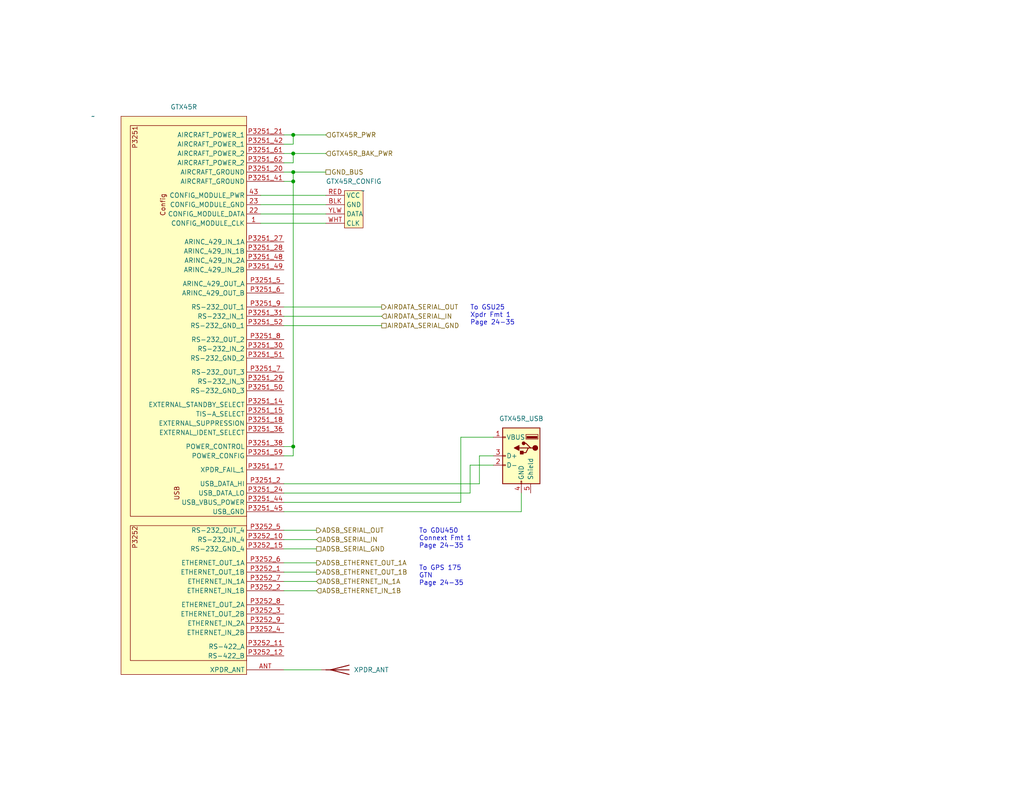
<source format=kicad_sch>
(kicad_sch (version 20230121) (generator eeschema)
  (paper "USLetter")
  (title_block (title "Transponder") (date "2024-02-08") (rev "0.9") (company "N915SN Angry Bird"))
  (lib_symbols
    (symbol "Connector:USB_A" (pin_names (offset 1.016))
      (property "Reference" "J" (at -5.08 11.43 0))
      (property "Value" "USB_A" (at -5.08 8.89 0))
      (symbol "USB_A_0_1"
        (rectangle (start -5.08 -7.62) (end 5.08 7.62) (stroke (width 0.254)) (fill (type background)))
        (circle (center -3.81 2.159) (radius 0.635) (stroke (width 0.254)) (fill (type outline)))
        (rectangle (start -1.524 4.826) (end -4.318 5.334) (fill (type outline)))
        (rectangle (start -1.27 4.572) (end -4.572 5.842))
        (circle (center -0.635 3.429) (radius 0.381) (stroke (width 0.254)) (fill (type outline)))
        (rectangle (start -0.127 -7.62) (end 0.127 -6.858))
        (polyline (pts (xy -3.175 2.159) (xy -2.54 2.159) (xy -1.27 3.429) (xy -0.635 3.429)) (stroke (width 0.254)))
        (polyline (pts (xy -2.54 2.159) (xy -1.905 2.159) (xy -1.27 0.889) (xy 0 0.889)) (stroke (width 0.254)))
        (polyline (pts (xy 0.635 2.794) (xy 0.635 1.524) (xy 1.905 2.159) (xy 0.635 2.794)) (stroke (width 0.254)) (fill (type outline)))
        (rectangle (start 0.254 1.27) (end -0.508 0.508) (stroke (width 0.254)) (fill (type outline)))
        (rectangle (start 5.08 -2.667) (end 4.318 -2.413))
        (rectangle (start 5.08 -0.127) (end 4.318 0.127))
        (rectangle (start 5.08 4.953) (end 4.318 5.207))
      )
      (symbol "USB_A_1_1"
        (polyline (pts (xy -1.905 2.159) (xy 0.635 2.159)) (stroke (width 0.254)))
        (pin power_in line (at 7.62 5.08 180) (length 2.54) (name "VBUS") (number "1"))
        (pin bidirectional line (at 7.62 -2.54 180) (length 2.54) (name "D-") (number "2"))
        (pin bidirectional line (at 7.62 0 180) (length 2.54) (name "D+") (number "3"))
        (pin power_in line (at 0 -10.16 90) (length 2.54) (name "GND") (number "4"))
        (pin passive line (at -2.54 -10.16 90) (length 2.54) (name "Shield") (number "5"))
      )
    )
    (symbol "Device:Antenna" (pin_numbers hide) (pin_names (offset 1.016) hide)
      (property "Reference" "AE" (at -1.905 1.905 0))
      (property "Value" "Antenna" (at -1.905 0 0))
      (symbol "Antenna_0_1"
        (polyline (pts (xy 0 2.54) (xy 0 -3.81)) (stroke (width 0.254)))
        (polyline (pts (xy 1.27 2.54) (xy 0 -2.54) (xy -1.27 2.54)) (stroke (width 0.254)))
      )
      (symbol "Antenna_1_1"
        (pin input line (at 0 -5.08 90) (length 2.54) (name "A") (number "1"))
      )
    )
    (symbol "flyerx:Garmin_Config"
      (property "Reference" "CONFIG" (at 3.81 1.27 0))
      (symbol "Garmin_Config_1_1"
        (rectangle (start 0 0) (end 5.08 -10.16) (fill (type background)))
        (pin passive line (at 10.16 -3.81 180) (length 5.08) (name "GND") (number "BLK"))
        (pin power_in line (at 10.16 -1.27 180) (length 5.08) (name "VCC") (number "RED"))
        (pin input line (at 10.16 -8.89 180) (length 5.08) (name "CLK") (number "WHT"))
        (pin bidirectional line (at 10.16 -6.35 180) (length 5.08) (name "DATA") (number "YLW"))
      )
    )
    (symbol "flyerx:Garmin_GTX45R"
      (property "Reference" "GTX" (at 3.81 1.27 0))
      (symbol "Garmin_GTX45R_1_1"
        (rectangle (start 0 0) (end 34.29 -152.4) (fill (type background)))
        (rectangle (start 2.54 -111.76) (end 34.29 -148.59) (fill (type background)))
        (rectangle (start 2.54 -2.54) (end 34.29 -109.22) (fill (type background)))
        (text "Config" (at 11.43 -24.13 900) (effects (font (size 1.27 1.27))))
        (text "P3251" (at 3.81 -2.54 900) (effects (font (size 1.27 1.27)) (justify right)))
        (text "P3252" (at 3.81 -111.76 900) (effects (font (size 1.27 1.27)) (justify right)))
        (text "USB" (at 15.24 -102.87 900) (effects (font (size 1.27 1.27))))
        (pin output line (at 38.1 -29.21 180) (length 3.81) (name "CONFIG_MODULE_CLK") (number "1"))
        (pin bidirectional line (at 38.1 -26.67 180) (length 3.81) (name "CONFIG_MODULE_DATA") (number "22"))
        (pin passive line (at 38.1 -24.13 180) (length 3.81) (name "CONFIG_MODULE_GND") (number "23"))
        (pin power_out line (at 38.1 -21.59 180) (length 3.81) (name "CONFIG_MODULE_PWR") (number "43"))
        (pin input line (at 44.45 -151.13 180) (length 10.16) (name "XPDR_ANT") (number "ANT"))
        (pin input line (at 44.45 -78.74 180) (length 10.16) (name "EXTERNAL_STANDBY_SELECT") (number "P3251_14"))
        (pin bidirectional line (at 44.45 -81.28 180) (length 10.16) (name "TIS-A_SELECT") (number "P3251_15"))
        (pin output line (at 44.45 -96.52 180) (length 10.16) (name "XPDR_FAIL_1") (number "P3251_17"))
        (pin bidirectional line (at 44.45 -83.82 180) (length 10.16) (name "EXTERNAL_SUPPRESSION") (number "P3251_18"))
        (pin bidirectional line (at 44.45 -100.33 180) (length 10.16) (name "USB_DATA_HI") (number "P3251_2"))
        (pin passive line (at 44.45 -15.24 180) (length 10.16) (name "AIRCRAFT_GROUND") (number "P3251_20"))
        (pin power_in line (at 44.45 -5.08 180) (length 10.16) (name "AIRCRAFT_POWER_1") (number "P3251_21"))
        (pin bidirectional line (at 44.45 -102.87 180) (length 10.16) (name "USB_DATA_LO") (number "P3251_24"))
        (pin input line (at 44.45 -34.29 180) (length 10.16) (name "ARINC_429_IN_1A") (number "P3251_27"))
        (pin input line (at 44.45 -36.83 180) (length 10.16) (name "ARINC_429_IN_1B") (number "P3251_28"))
        (pin input line (at 44.45 -72.39 180) (length 10.16) (name "RS-232_IN_3") (number "P3251_29"))
        (pin input line (at 44.45 -63.5 180) (length 10.16) (name "RS-232_IN_2") (number "P3251_30"))
        (pin input line (at 44.45 -54.61 180) (length 10.16) (name "RS-232_IN_1") (number "P3251_31"))
        (pin input line (at 44.45 -86.36 180) (length 10.16) (name "EXTERNAL_IDENT_SELECT") (number "P3251_36"))
        (pin input line (at 44.45 -90.17 180) (length 10.16) (name "POWER_CONTROL") (number "P3251_38"))
        (pin passive line (at 44.45 -17.78 180) (length 10.16) (name "AIRCRAFT_GROUND") (number "P3251_41"))
        (pin power_in line (at 44.45 -7.62 180) (length 10.16) (name "AIRCRAFT_POWER_1") (number "P3251_42"))
        (pin power_in line (at 44.45 -105.41 180) (length 10.16) (name "USB_VBUS_POWER") (number "P3251_44"))
        (pin passive line (at 44.45 -107.95 180) (length 10.16) (name "USB_GND") (number "P3251_45"))
        (pin input line (at 44.45 -39.37 180) (length 10.16) (name "ARINC_429_IN_2A") (number "P3251_48"))
        (pin input line (at 44.45 -41.91 180) (length 10.16) (name "ARINC_429_IN_2B") (number "P3251_49"))
        (pin output line (at 44.45 -45.72 180) (length 10.16) (name "ARINC_429_OUT_A") (number "P3251_5"))
        (pin passive line (at 44.45 -74.93 180) (length 10.16) (name "RS-232_GND_3") (number "P3251_50"))
        (pin passive line (at 44.45 -66.04 180) (length 10.16) (name "RS-232_GND_2") (number "P3251_51"))
        (pin passive line (at 44.45 -57.15 180) (length 10.16) (name "RS-232_GND_1") (number "P3251_52"))
        (pin input line (at 44.45 -92.71 180) (length 10.16) (name "POWER_CONFIG") (number "P3251_59"))
        (pin output line (at 44.45 -48.26 180) (length 10.16) (name "ARINC_429_OUT_B") (number "P3251_6"))
        (pin power_in line (at 44.45 -10.16 180) (length 10.16) (name "AIRCRAFT_POWER_2") (number "P3251_61"))
        (pin power_in line (at 44.45 -12.7 180) (length 10.16) (name "AIRCRAFT_POWER_2") (number "P3251_62"))
        (pin output line (at 44.45 -69.85 180) (length 10.16) (name "RS-232_OUT_3") (number "P3251_7"))
        (pin output line (at 44.45 -60.96 180) (length 10.16) (name "RS-232_OUT_2") (number "P3251_8"))
        (pin output line (at 44.45 -52.07 180) (length 10.16) (name "RS-232_OUT_1") (number "P3251_9"))
        (pin output line (at 44.45 -124.46 180) (length 10.16) (name "ETHERNET_OUT_1B") (number "P3252_1"))
        (pin input line (at 44.45 -115.57 180) (length 10.16) (name "RS-232_IN_4") (number "P3252_10"))
        (pin output line (at 44.45 -144.78 180) (length 10.16) (name "RS-422_A") (number "P3252_11"))
        (pin output line (at 44.45 -147.32 180) (length 10.16) (name "RS-422_B") (number "P3252_12"))
        (pin passive line (at 44.45 -118.11 180) (length 10.16) (name "RS-232_GND_4") (number "P3252_15"))
        (pin input line (at 44.45 -129.54 180) (length 10.16) (name "ETHERNET_IN_1B") (number "P3252_2"))
        (pin output line (at 44.45 -135.89 180) (length 10.16) (name "ETHERNET_OUT_2B") (number "P3252_3"))
        (pin input line (at 44.45 -140.97 180) (length 10.16) (name "ETHERNET_IN_2B") (number "P3252_4"))
        (pin output line (at 44.45 -113.03 180) (length 10.16) (name "RS-232_OUT_4") (number "P3252_5"))
        (pin output line (at 44.45 -121.92 180) (length 10.16) (name "ETHERNET_OUT_1A") (number "P3252_6"))
        (pin input line (at 44.45 -127 180) (length 10.16) (name "ETHERNET_IN_1A") (number "P3252_7"))
        (pin output line (at 44.45 -133.35 180) (length 10.16) (name "ETHERNET_OUT_2A") (number "P3252_8"))
        (pin input line (at 44.45 -138.43 180) (length 10.16) (name "ETHERNET_IN_2A") (number "P3252_9"))
      )
    )
  )
  (junction (at 80.01 36.83))
  (junction (at 80.01 121.92))
  (junction (at 80.01 41.91))
  (junction (at 80.01 46.99))
  (junction (at 80.01 49.53))
  (wire (pts (xy 77.47 137.16) (xy 125.73 137.16)))
  (wire (pts (xy 80.01 124.46) (xy 80.01 121.92)))
  (wire (pts (xy 77.47 156.21) (xy 86.36 156.21)))
  (wire (pts (xy 77.47 86.36) (xy 104.14 86.36)))
  (wire (pts (xy 77.47 147.32) (xy 86.36 147.32)))
  (wire (pts (xy 80.01 46.99) (xy 88.9 46.99)))
  (wire (pts (xy 128.27 127) (xy 134.62 127)))
  (wire (pts (xy 77.47 36.83) (xy 80.01 36.83)))
  (wire (pts (xy 142.24 139.7) (xy 142.24 134.62)))
  (wire (pts (xy 80.01 121.92) (xy 80.01 49.53)))
  (wire (pts (xy 77.47 153.67) (xy 86.36 153.67)))
  (wire (pts (xy 71.12 60.96) (xy 88.9 60.96)))
  (wire (pts (xy 125.73 137.16) (xy 125.73 119.38)))
  (wire (pts (xy 71.12 55.88) (xy 88.9 55.88)))
  (wire (pts (xy 130.81 124.46) (xy 134.62 124.46)))
  (wire (pts (xy 77.47 182.88) (xy 87.63 182.88)))
  (wire (pts (xy 77.47 44.45) (xy 80.01 44.45)))
  (wire (pts (xy 77.47 132.08) (xy 130.81 132.08)))
  (wire (pts (xy 77.47 49.53) (xy 80.01 49.53)))
  (wire (pts (xy 77.47 161.29) (xy 86.36 161.29)))
  (wire (pts (xy 77.47 144.78) (xy 86.36 144.78)))
  (wire (pts (xy 130.81 124.46) (xy 130.81 132.08)))
  (wire (pts (xy 80.01 39.37) (xy 80.01 36.83)))
  (wire (pts (xy 80.01 49.53) (xy 80.01 46.99)))
  (wire (pts (xy 77.47 46.99) (xy 80.01 46.99)))
  (wire (pts (xy 77.47 83.82) (xy 104.14 83.82)))
  (wire (pts (xy 71.12 58.42) (xy 88.9 58.42)))
  (wire (pts (xy 80.01 44.45) (xy 80.01 41.91)))
  (wire (pts (xy 128.27 127) (xy 128.27 134.62)))
  (wire (pts (xy 125.73 119.38) (xy 134.62 119.38)))
  (wire (pts (xy 77.47 139.7) (xy 142.24 139.7)))
  (wire (pts (xy 77.47 158.75) (xy 86.36 158.75)))
  (wire (pts (xy 77.47 39.37) (xy 80.01 39.37)))
  (wire (pts (xy 77.47 149.86) (xy 86.36 149.86)))
  (wire (pts (xy 77.47 124.46) (xy 80.01 124.46)))
  (wire (pts (xy 77.47 134.62) (xy 128.27 134.62)))
  (wire (pts (xy 77.47 88.9) (xy 104.14 88.9)))
  (wire (pts (xy 80.01 41.91) (xy 88.9 41.91)))
  (wire (pts (xy 77.47 121.92) (xy 80.01 121.92)))
  (wire (pts (xy 77.47 41.91) (xy 80.01 41.91)))
  (wire (pts (xy 71.12 53.34) (xy 88.9 53.34)))
  (wire (pts (xy 80.01 36.83) (xy 88.9 36.83)))
  (text "To GDU450\nConnext Fmt 1\nPage 24-35" (at 114.3 149.86 0) (effects (font (size 1.27 1.27)) (justify left bottom)))
  (text "To GPS 175\nGTN\nPage 24-35" (at 114.3 160.02 0) (effects (font (size 1.27 1.27)) (justify left bottom)))
  (text "To GSU25\nXpdr Fmt 1\nPage 24-35" (at 128.27 88.9 0) (effects (font (size 1.27 1.27)) (justify left bottom)))
  (hierarchical_label "ADSB_ETHERNET_OUT_1B" (shape output) (at 86.36 156.21 0))
  (hierarchical_label "AIRDATA_SERIAL_OUT" (shape output) (at 104.14 83.82 0))
  (hierarchical_label "ADSB_SERIAL_OUT" (shape output) (at 86.36 144.78 0))
  (hierarchical_label "ADSB_ETHERNET_IN_1B" (shape input) (at 86.36 161.29 0))
  (hierarchical_label "GND_BUS" (shape passive) (at 88.9 46.99 0))
  (hierarchical_label "ADSB_SERIAL_IN" (shape input) (at 86.36 147.32 0))
  (hierarchical_label "AIRDATA_SERIAL_IN" (shape input) (at 104.14 86.36 0))
  (hierarchical_label "AIRDATA_SERIAL_GND" (shape passive) (at 104.14 88.9 0))
  (hierarchical_label "GTX45R_PWR" (shape input) (at 88.9 36.83 0))
  (hierarchical_label "ADSB_SERIAL_GND" (shape passive) (at 86.36 149.86 0))
  (hierarchical_label "ADSB_ETHERNET_IN_1A" (shape input) (at 86.36 158.75 0))
  (hierarchical_label "GTX45R_BAK_PWR" (shape input) (at 88.9 41.91 0))
  (hierarchical_label "ADSB_ETHERNET_OUT_1A" (shape output) (at 86.36 153.67 0))
  (symbol (lib_id "Device:Antenna") (at 92.71 182.88 270) (unit 1)
    (property "Reference" "XPDR_ANT" (at 96.52 182.88 90) (effects (justify left)))
    (property "Value" "Antenna" (effects hide))
  )
  (symbol (lib_id "Connector:USB_A") (at 142.24 124.46 0) (mirror y) (unit 1)
    (property "Reference" "GTX45R_USB" (at 142.24 114.3 0))
    (property "Value" "USB_A" (effects hide))
    (property "Datasheet" " ~" (effects hide))
  )
  (symbol (lib_id "flyerx:Garmin_Config") (at 99.06 52.07 0) (mirror y) (unit 1)
    (property "Reference" "GTX45R_CONFIG" (at 96.52 49.53 0))
    (property "Value" "~" (at 99.06 52.07 0))
  )
  (symbol (lib_id "flyerx:Garmin_GTX45R") (at 33.02 31.75 0) (unit 1)
    (property "Reference" "GTX45R" (at 50.165 29.21 0))
    (property "Value" "~" (at 25.4 31.75 0))
  )
)
</source>
